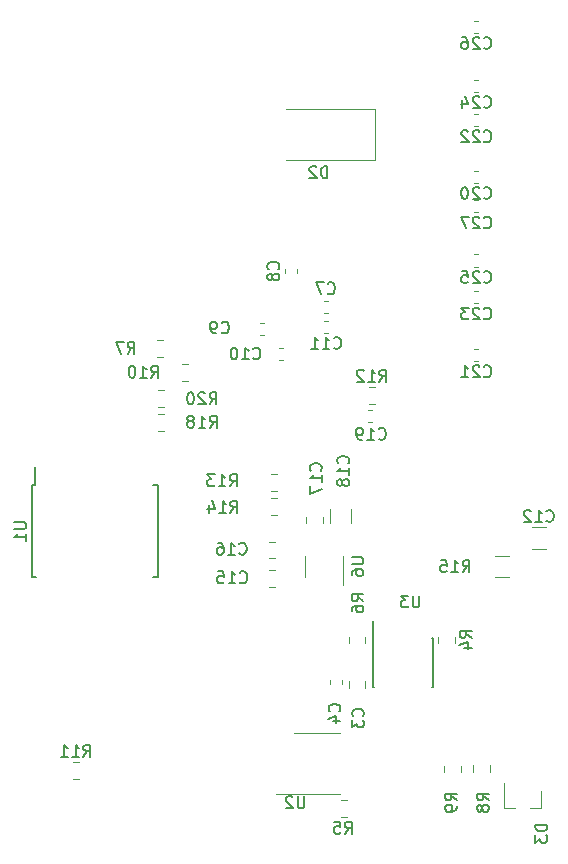
<source format=gbr>
G04 #@! TF.GenerationSoftware,KiCad,Pcbnew,(5.1.0)-1*
G04 #@! TF.CreationDate,2020-04-23T00:52:51+08:00*
G04 #@! TF.ProjectId,IRController,4952436f-6e74-4726-9f6c-6c65722e6b69,rev?*
G04 #@! TF.SameCoordinates,Original*
G04 #@! TF.FileFunction,Legend,Bot*
G04 #@! TF.FilePolarity,Positive*
%FSLAX46Y46*%
G04 Gerber Fmt 4.6, Leading zero omitted, Abs format (unit mm)*
G04 Created by KiCad (PCBNEW (5.1.0)-1) date 2020-04-23 00:52:51*
%MOMM*%
%LPD*%
G04 APERTURE LIST*
%ADD10C,0.120000*%
%ADD11C,0.150000*%
G04 APERTURE END LIST*
D10*
X122210000Y-100038748D02*
X122210000Y-100561252D01*
X120790000Y-100038748D02*
X120790000Y-100561252D01*
X120210000Y-99953733D02*
X120210000Y-100296267D01*
X119190000Y-99953733D02*
X119190000Y-100296267D01*
X118728733Y-67790000D02*
X119071267Y-67790000D01*
X118728733Y-68810000D02*
X119071267Y-68810000D01*
X116410000Y-65128733D02*
X116410000Y-65471267D01*
X115390000Y-65128733D02*
X115390000Y-65471267D01*
X113328733Y-69690000D02*
X113671267Y-69690000D01*
X113328733Y-70710000D02*
X113671267Y-70710000D01*
X115271267Y-72810000D02*
X114928733Y-72810000D01*
X115271267Y-71790000D02*
X114928733Y-71790000D01*
X118728733Y-69490000D02*
X119071267Y-69490000D01*
X118728733Y-70510000D02*
X119071267Y-70510000D01*
X137502064Y-88810000D02*
X136297936Y-88810000D01*
X137502064Y-86990000D02*
X136297936Y-86990000D01*
X114038748Y-90590000D02*
X114561252Y-90590000D01*
X114038748Y-92010000D02*
X114561252Y-92010000D01*
X114038748Y-88190000D02*
X114561252Y-88190000D01*
X114038748Y-89610000D02*
X114561252Y-89610000D01*
X117190000Y-86661252D02*
X117190000Y-86138748D01*
X118610000Y-86661252D02*
X118610000Y-86138748D01*
X119190000Y-86602064D02*
X119190000Y-85397936D01*
X121010000Y-86602064D02*
X121010000Y-85397936D01*
X123050000Y-51550000D02*
X115500000Y-51550000D01*
X123050000Y-55850000D02*
X115500000Y-55850000D01*
X123050000Y-51550000D02*
X123050000Y-55850000D01*
X137080000Y-110760000D02*
X137080000Y-109300000D01*
X133920000Y-110760000D02*
X133920000Y-108600000D01*
X133920000Y-110760000D02*
X134850000Y-110760000D01*
X137080000Y-110760000D02*
X136150000Y-110760000D01*
X128390000Y-96761252D02*
X128390000Y-96238748D01*
X129810000Y-96761252D02*
X129810000Y-96238748D01*
X120661252Y-111510000D02*
X120138748Y-111510000D01*
X120661252Y-110090000D02*
X120138748Y-110090000D01*
X122210000Y-96238748D02*
X122210000Y-96761252D01*
X120790000Y-96238748D02*
X120790000Y-96761252D01*
X104588748Y-71140000D02*
X105111252Y-71140000D01*
X104588748Y-72560000D02*
X105111252Y-72560000D01*
X132790000Y-107148748D02*
X132790000Y-107671252D01*
X131370000Y-107148748D02*
X131370000Y-107671252D01*
X130300000Y-107168748D02*
X130300000Y-107691252D01*
X128880000Y-107168748D02*
X128880000Y-107691252D01*
X107211252Y-74610000D02*
X106688748Y-74610000D01*
X107211252Y-73190000D02*
X106688748Y-73190000D01*
X97961252Y-108310000D02*
X97438748Y-108310000D01*
X97961252Y-106890000D02*
X97438748Y-106890000D01*
X122538748Y-75090000D02*
X123061252Y-75090000D01*
X122538748Y-76510000D02*
X123061252Y-76510000D01*
X114761252Y-82490000D02*
X114238748Y-82490000D01*
X114761252Y-83910000D02*
X114238748Y-83910000D01*
X114761252Y-85910000D02*
X114238748Y-85910000D01*
X114761252Y-84490000D02*
X114238748Y-84490000D01*
X133197936Y-89390000D02*
X134402064Y-89390000D01*
X133197936Y-91210000D02*
X134402064Y-91210000D01*
D11*
X94250000Y-83425000D02*
X94250000Y-81900000D01*
X104625000Y-83425000D02*
X104625000Y-91175000D01*
X93975000Y-83425000D02*
X93975000Y-91175000D01*
X104625000Y-83425000D02*
X104270000Y-83425000D01*
X104625000Y-91175000D02*
X104270000Y-91175000D01*
X93975000Y-91175000D02*
X94330000Y-91175000D01*
X93975000Y-83425000D02*
X94250000Y-83425000D01*
D10*
X118100000Y-109560000D02*
X114650000Y-109560000D01*
X118100000Y-109560000D02*
X120050000Y-109560000D01*
X118100000Y-104440000D02*
X116150000Y-104440000D01*
X118100000Y-104440000D02*
X120050000Y-104440000D01*
D11*
X122875000Y-96325000D02*
X122875000Y-94925000D01*
X127975000Y-96325000D02*
X127975000Y-100475000D01*
X122825000Y-96325000D02*
X122825000Y-100475000D01*
X127975000Y-96325000D02*
X127830000Y-96325000D01*
X127975000Y-100475000D02*
X127830000Y-100475000D01*
X122825000Y-100475000D02*
X122970000Y-100475000D01*
X122825000Y-96325000D02*
X122875000Y-96325000D01*
D10*
X120310000Y-89400000D02*
X120310000Y-91850000D01*
X117090000Y-91200000D02*
X117090000Y-89400000D01*
X122796267Y-78110000D02*
X122453733Y-78110000D01*
X122796267Y-77090000D02*
X122453733Y-77090000D01*
X131428733Y-56790000D02*
X131771267Y-56790000D01*
X131428733Y-57810000D02*
X131771267Y-57810000D01*
X131428733Y-71890000D02*
X131771267Y-71890000D01*
X131428733Y-72910000D02*
X131771267Y-72910000D01*
X131428733Y-51990000D02*
X131771267Y-51990000D01*
X131428733Y-53010000D02*
X131771267Y-53010000D01*
X131428733Y-66990000D02*
X131771267Y-66990000D01*
X131428733Y-68010000D02*
X131771267Y-68010000D01*
X131428733Y-49090000D02*
X131771267Y-49090000D01*
X131428733Y-50110000D02*
X131771267Y-50110000D01*
X131428733Y-63890000D02*
X131771267Y-63890000D01*
X131428733Y-64910000D02*
X131771267Y-64910000D01*
X131428733Y-44090000D02*
X131771267Y-44090000D01*
X131428733Y-45110000D02*
X131771267Y-45110000D01*
X131428733Y-59290000D02*
X131771267Y-59290000D01*
X131428733Y-60310000D02*
X131771267Y-60310000D01*
X104638748Y-77390000D02*
X105161252Y-77390000D01*
X104638748Y-78810000D02*
X105161252Y-78810000D01*
X104638748Y-75390000D02*
X105161252Y-75390000D01*
X104638748Y-76810000D02*
X105161252Y-76810000D01*
D11*
X121997142Y-102983333D02*
X122044761Y-102935714D01*
X122092380Y-102792857D01*
X122092380Y-102697619D01*
X122044761Y-102554761D01*
X121949523Y-102459523D01*
X121854285Y-102411904D01*
X121663809Y-102364285D01*
X121520952Y-102364285D01*
X121330476Y-102411904D01*
X121235238Y-102459523D01*
X121140000Y-102554761D01*
X121092380Y-102697619D01*
X121092380Y-102792857D01*
X121140000Y-102935714D01*
X121187619Y-102983333D01*
X121092380Y-103316666D02*
X121092380Y-103935714D01*
X121473333Y-103602380D01*
X121473333Y-103745238D01*
X121520952Y-103840476D01*
X121568571Y-103888095D01*
X121663809Y-103935714D01*
X121901904Y-103935714D01*
X121997142Y-103888095D01*
X122044761Y-103840476D01*
X122092380Y-103745238D01*
X122092380Y-103459523D01*
X122044761Y-103364285D01*
X121997142Y-103316666D01*
X120007142Y-102563333D02*
X120054761Y-102515714D01*
X120102380Y-102372857D01*
X120102380Y-102277619D01*
X120054761Y-102134761D01*
X119959523Y-102039523D01*
X119864285Y-101991904D01*
X119673809Y-101944285D01*
X119530952Y-101944285D01*
X119340476Y-101991904D01*
X119245238Y-102039523D01*
X119150000Y-102134761D01*
X119102380Y-102277619D01*
X119102380Y-102372857D01*
X119150000Y-102515714D01*
X119197619Y-102563333D01*
X119435714Y-103420476D02*
X120102380Y-103420476D01*
X119054761Y-103182380D02*
X119769047Y-102944285D01*
X119769047Y-103563333D01*
X119016666Y-67157142D02*
X119064285Y-67204761D01*
X119207142Y-67252380D01*
X119302380Y-67252380D01*
X119445238Y-67204761D01*
X119540476Y-67109523D01*
X119588095Y-67014285D01*
X119635714Y-66823809D01*
X119635714Y-66680952D01*
X119588095Y-66490476D01*
X119540476Y-66395238D01*
X119445238Y-66300000D01*
X119302380Y-66252380D01*
X119207142Y-66252380D01*
X119064285Y-66300000D01*
X119016666Y-66347619D01*
X118683333Y-66252380D02*
X118016666Y-66252380D01*
X118445238Y-67252380D01*
X114827142Y-65133333D02*
X114874761Y-65085714D01*
X114922380Y-64942857D01*
X114922380Y-64847619D01*
X114874761Y-64704761D01*
X114779523Y-64609523D01*
X114684285Y-64561904D01*
X114493809Y-64514285D01*
X114350952Y-64514285D01*
X114160476Y-64561904D01*
X114065238Y-64609523D01*
X113970000Y-64704761D01*
X113922380Y-64847619D01*
X113922380Y-64942857D01*
X113970000Y-65085714D01*
X114017619Y-65133333D01*
X114350952Y-65704761D02*
X114303333Y-65609523D01*
X114255714Y-65561904D01*
X114160476Y-65514285D01*
X114112857Y-65514285D01*
X114017619Y-65561904D01*
X113970000Y-65609523D01*
X113922380Y-65704761D01*
X113922380Y-65895238D01*
X113970000Y-65990476D01*
X114017619Y-66038095D01*
X114112857Y-66085714D01*
X114160476Y-66085714D01*
X114255714Y-66038095D01*
X114303333Y-65990476D01*
X114350952Y-65895238D01*
X114350952Y-65704761D01*
X114398571Y-65609523D01*
X114446190Y-65561904D01*
X114541428Y-65514285D01*
X114731904Y-65514285D01*
X114827142Y-65561904D01*
X114874761Y-65609523D01*
X114922380Y-65704761D01*
X114922380Y-65895238D01*
X114874761Y-65990476D01*
X114827142Y-66038095D01*
X114731904Y-66085714D01*
X114541428Y-66085714D01*
X114446190Y-66038095D01*
X114398571Y-65990476D01*
X114350952Y-65895238D01*
X110036666Y-70477142D02*
X110084285Y-70524761D01*
X110227142Y-70572380D01*
X110322380Y-70572380D01*
X110465238Y-70524761D01*
X110560476Y-70429523D01*
X110608095Y-70334285D01*
X110655714Y-70143809D01*
X110655714Y-70000952D01*
X110608095Y-69810476D01*
X110560476Y-69715238D01*
X110465238Y-69620000D01*
X110322380Y-69572380D01*
X110227142Y-69572380D01*
X110084285Y-69620000D01*
X110036666Y-69667619D01*
X109560476Y-70572380D02*
X109370000Y-70572380D01*
X109274761Y-70524761D01*
X109227142Y-70477142D01*
X109131904Y-70334285D01*
X109084285Y-70143809D01*
X109084285Y-69762857D01*
X109131904Y-69667619D01*
X109179523Y-69620000D01*
X109274761Y-69572380D01*
X109465238Y-69572380D01*
X109560476Y-69620000D01*
X109608095Y-69667619D01*
X109655714Y-69762857D01*
X109655714Y-70000952D01*
X109608095Y-70096190D01*
X109560476Y-70143809D01*
X109465238Y-70191428D01*
X109274761Y-70191428D01*
X109179523Y-70143809D01*
X109131904Y-70096190D01*
X109084285Y-70000952D01*
X112712857Y-72677142D02*
X112760476Y-72724761D01*
X112903333Y-72772380D01*
X112998571Y-72772380D01*
X113141428Y-72724761D01*
X113236666Y-72629523D01*
X113284285Y-72534285D01*
X113331904Y-72343809D01*
X113331904Y-72200952D01*
X113284285Y-72010476D01*
X113236666Y-71915238D01*
X113141428Y-71820000D01*
X112998571Y-71772380D01*
X112903333Y-71772380D01*
X112760476Y-71820000D01*
X112712857Y-71867619D01*
X111760476Y-72772380D02*
X112331904Y-72772380D01*
X112046190Y-72772380D02*
X112046190Y-71772380D01*
X112141428Y-71915238D01*
X112236666Y-72010476D01*
X112331904Y-72058095D01*
X111141428Y-71772380D02*
X111046190Y-71772380D01*
X110950952Y-71820000D01*
X110903333Y-71867619D01*
X110855714Y-71962857D01*
X110808095Y-72153333D01*
X110808095Y-72391428D01*
X110855714Y-72581904D01*
X110903333Y-72677142D01*
X110950952Y-72724761D01*
X111046190Y-72772380D01*
X111141428Y-72772380D01*
X111236666Y-72724761D01*
X111284285Y-72677142D01*
X111331904Y-72581904D01*
X111379523Y-72391428D01*
X111379523Y-72153333D01*
X111331904Y-71962857D01*
X111284285Y-71867619D01*
X111236666Y-71820000D01*
X111141428Y-71772380D01*
X119542857Y-71787142D02*
X119590476Y-71834761D01*
X119733333Y-71882380D01*
X119828571Y-71882380D01*
X119971428Y-71834761D01*
X120066666Y-71739523D01*
X120114285Y-71644285D01*
X120161904Y-71453809D01*
X120161904Y-71310952D01*
X120114285Y-71120476D01*
X120066666Y-71025238D01*
X119971428Y-70930000D01*
X119828571Y-70882380D01*
X119733333Y-70882380D01*
X119590476Y-70930000D01*
X119542857Y-70977619D01*
X118590476Y-71882380D02*
X119161904Y-71882380D01*
X118876190Y-71882380D02*
X118876190Y-70882380D01*
X118971428Y-71025238D01*
X119066666Y-71120476D01*
X119161904Y-71168095D01*
X117638095Y-71882380D02*
X118209523Y-71882380D01*
X117923809Y-71882380D02*
X117923809Y-70882380D01*
X118019047Y-71025238D01*
X118114285Y-71120476D01*
X118209523Y-71168095D01*
X137542857Y-86437142D02*
X137590476Y-86484761D01*
X137733333Y-86532380D01*
X137828571Y-86532380D01*
X137971428Y-86484761D01*
X138066666Y-86389523D01*
X138114285Y-86294285D01*
X138161904Y-86103809D01*
X138161904Y-85960952D01*
X138114285Y-85770476D01*
X138066666Y-85675238D01*
X137971428Y-85580000D01*
X137828571Y-85532380D01*
X137733333Y-85532380D01*
X137590476Y-85580000D01*
X137542857Y-85627619D01*
X136590476Y-86532380D02*
X137161904Y-86532380D01*
X136876190Y-86532380D02*
X136876190Y-85532380D01*
X136971428Y-85675238D01*
X137066666Y-85770476D01*
X137161904Y-85818095D01*
X136209523Y-85627619D02*
X136161904Y-85580000D01*
X136066666Y-85532380D01*
X135828571Y-85532380D01*
X135733333Y-85580000D01*
X135685714Y-85627619D01*
X135638095Y-85722857D01*
X135638095Y-85818095D01*
X135685714Y-85960952D01*
X136257142Y-86532380D01*
X135638095Y-86532380D01*
X111582857Y-91627142D02*
X111630476Y-91674761D01*
X111773333Y-91722380D01*
X111868571Y-91722380D01*
X112011428Y-91674761D01*
X112106666Y-91579523D01*
X112154285Y-91484285D01*
X112201904Y-91293809D01*
X112201904Y-91150952D01*
X112154285Y-90960476D01*
X112106666Y-90865238D01*
X112011428Y-90770000D01*
X111868571Y-90722380D01*
X111773333Y-90722380D01*
X111630476Y-90770000D01*
X111582857Y-90817619D01*
X110630476Y-91722380D02*
X111201904Y-91722380D01*
X110916190Y-91722380D02*
X110916190Y-90722380D01*
X111011428Y-90865238D01*
X111106666Y-90960476D01*
X111201904Y-91008095D01*
X109725714Y-90722380D02*
X110201904Y-90722380D01*
X110249523Y-91198571D01*
X110201904Y-91150952D01*
X110106666Y-91103333D01*
X109868571Y-91103333D01*
X109773333Y-91150952D01*
X109725714Y-91198571D01*
X109678095Y-91293809D01*
X109678095Y-91531904D01*
X109725714Y-91627142D01*
X109773333Y-91674761D01*
X109868571Y-91722380D01*
X110106666Y-91722380D01*
X110201904Y-91674761D01*
X110249523Y-91627142D01*
X111542857Y-89197142D02*
X111590476Y-89244761D01*
X111733333Y-89292380D01*
X111828571Y-89292380D01*
X111971428Y-89244761D01*
X112066666Y-89149523D01*
X112114285Y-89054285D01*
X112161904Y-88863809D01*
X112161904Y-88720952D01*
X112114285Y-88530476D01*
X112066666Y-88435238D01*
X111971428Y-88340000D01*
X111828571Y-88292380D01*
X111733333Y-88292380D01*
X111590476Y-88340000D01*
X111542857Y-88387619D01*
X110590476Y-89292380D02*
X111161904Y-89292380D01*
X110876190Y-89292380D02*
X110876190Y-88292380D01*
X110971428Y-88435238D01*
X111066666Y-88530476D01*
X111161904Y-88578095D01*
X109733333Y-88292380D02*
X109923809Y-88292380D01*
X110019047Y-88340000D01*
X110066666Y-88387619D01*
X110161904Y-88530476D01*
X110209523Y-88720952D01*
X110209523Y-89101904D01*
X110161904Y-89197142D01*
X110114285Y-89244761D01*
X110019047Y-89292380D01*
X109828571Y-89292380D01*
X109733333Y-89244761D01*
X109685714Y-89197142D01*
X109638095Y-89101904D01*
X109638095Y-88863809D01*
X109685714Y-88768571D01*
X109733333Y-88720952D01*
X109828571Y-88673333D01*
X110019047Y-88673333D01*
X110114285Y-88720952D01*
X110161904Y-88768571D01*
X110209523Y-88863809D01*
X118427142Y-82187142D02*
X118474761Y-82139523D01*
X118522380Y-81996666D01*
X118522380Y-81901428D01*
X118474761Y-81758571D01*
X118379523Y-81663333D01*
X118284285Y-81615714D01*
X118093809Y-81568095D01*
X117950952Y-81568095D01*
X117760476Y-81615714D01*
X117665238Y-81663333D01*
X117570000Y-81758571D01*
X117522380Y-81901428D01*
X117522380Y-81996666D01*
X117570000Y-82139523D01*
X117617619Y-82187142D01*
X118522380Y-83139523D02*
X118522380Y-82568095D01*
X118522380Y-82853809D02*
X117522380Y-82853809D01*
X117665238Y-82758571D01*
X117760476Y-82663333D01*
X117808095Y-82568095D01*
X117522380Y-83472857D02*
X117522380Y-84139523D01*
X118522380Y-83710952D01*
X120747142Y-81577142D02*
X120794761Y-81529523D01*
X120842380Y-81386666D01*
X120842380Y-81291428D01*
X120794761Y-81148571D01*
X120699523Y-81053333D01*
X120604285Y-81005714D01*
X120413809Y-80958095D01*
X120270952Y-80958095D01*
X120080476Y-81005714D01*
X119985238Y-81053333D01*
X119890000Y-81148571D01*
X119842380Y-81291428D01*
X119842380Y-81386666D01*
X119890000Y-81529523D01*
X119937619Y-81577142D01*
X120842380Y-82529523D02*
X120842380Y-81958095D01*
X120842380Y-82243809D02*
X119842380Y-82243809D01*
X119985238Y-82148571D01*
X120080476Y-82053333D01*
X120128095Y-81958095D01*
X120270952Y-83100952D02*
X120223333Y-83005714D01*
X120175714Y-82958095D01*
X120080476Y-82910476D01*
X120032857Y-82910476D01*
X119937619Y-82958095D01*
X119890000Y-83005714D01*
X119842380Y-83100952D01*
X119842380Y-83291428D01*
X119890000Y-83386666D01*
X119937619Y-83434285D01*
X120032857Y-83481904D01*
X120080476Y-83481904D01*
X120175714Y-83434285D01*
X120223333Y-83386666D01*
X120270952Y-83291428D01*
X120270952Y-83100952D01*
X120318571Y-83005714D01*
X120366190Y-82958095D01*
X120461428Y-82910476D01*
X120651904Y-82910476D01*
X120747142Y-82958095D01*
X120794761Y-83005714D01*
X120842380Y-83100952D01*
X120842380Y-83291428D01*
X120794761Y-83386666D01*
X120747142Y-83434285D01*
X120651904Y-83481904D01*
X120461428Y-83481904D01*
X120366190Y-83434285D01*
X120318571Y-83386666D01*
X120270952Y-83291428D01*
X119008095Y-57422380D02*
X119008095Y-56422380D01*
X118770000Y-56422380D01*
X118627142Y-56470000D01*
X118531904Y-56565238D01*
X118484285Y-56660476D01*
X118436666Y-56850952D01*
X118436666Y-56993809D01*
X118484285Y-57184285D01*
X118531904Y-57279523D01*
X118627142Y-57374761D01*
X118770000Y-57422380D01*
X119008095Y-57422380D01*
X118055714Y-56517619D02*
X118008095Y-56470000D01*
X117912857Y-56422380D01*
X117674761Y-56422380D01*
X117579523Y-56470000D01*
X117531904Y-56517619D01*
X117484285Y-56612857D01*
X117484285Y-56708095D01*
X117531904Y-56850952D01*
X118103333Y-57422380D01*
X117484285Y-57422380D01*
X137612380Y-112151904D02*
X136612380Y-112151904D01*
X136612380Y-112390000D01*
X136660000Y-112532857D01*
X136755238Y-112628095D01*
X136850476Y-112675714D01*
X137040952Y-112723333D01*
X137183809Y-112723333D01*
X137374285Y-112675714D01*
X137469523Y-112628095D01*
X137564761Y-112532857D01*
X137612380Y-112390000D01*
X137612380Y-112151904D01*
X136612380Y-113056666D02*
X136612380Y-113675714D01*
X136993333Y-113342380D01*
X136993333Y-113485238D01*
X137040952Y-113580476D01*
X137088571Y-113628095D01*
X137183809Y-113675714D01*
X137421904Y-113675714D01*
X137517142Y-113628095D01*
X137564761Y-113580476D01*
X137612380Y-113485238D01*
X137612380Y-113199523D01*
X137564761Y-113104285D01*
X137517142Y-113056666D01*
X131202380Y-96333333D02*
X130726190Y-96000000D01*
X131202380Y-95761904D02*
X130202380Y-95761904D01*
X130202380Y-96142857D01*
X130250000Y-96238095D01*
X130297619Y-96285714D01*
X130392857Y-96333333D01*
X130535714Y-96333333D01*
X130630952Y-96285714D01*
X130678571Y-96238095D01*
X130726190Y-96142857D01*
X130726190Y-95761904D01*
X130535714Y-97190476D02*
X131202380Y-97190476D01*
X130154761Y-96952380D02*
X130869047Y-96714285D01*
X130869047Y-97333333D01*
X120476666Y-112922380D02*
X120810000Y-112446190D01*
X121048095Y-112922380D02*
X121048095Y-111922380D01*
X120667142Y-111922380D01*
X120571904Y-111970000D01*
X120524285Y-112017619D01*
X120476666Y-112112857D01*
X120476666Y-112255714D01*
X120524285Y-112350952D01*
X120571904Y-112398571D01*
X120667142Y-112446190D01*
X121048095Y-112446190D01*
X119571904Y-111922380D02*
X120048095Y-111922380D01*
X120095714Y-112398571D01*
X120048095Y-112350952D01*
X119952857Y-112303333D01*
X119714761Y-112303333D01*
X119619523Y-112350952D01*
X119571904Y-112398571D01*
X119524285Y-112493809D01*
X119524285Y-112731904D01*
X119571904Y-112827142D01*
X119619523Y-112874761D01*
X119714761Y-112922380D01*
X119952857Y-112922380D01*
X120048095Y-112874761D01*
X120095714Y-112827142D01*
X122052380Y-93243333D02*
X121576190Y-92910000D01*
X122052380Y-92671904D02*
X121052380Y-92671904D01*
X121052380Y-93052857D01*
X121100000Y-93148095D01*
X121147619Y-93195714D01*
X121242857Y-93243333D01*
X121385714Y-93243333D01*
X121480952Y-93195714D01*
X121528571Y-93148095D01*
X121576190Y-93052857D01*
X121576190Y-92671904D01*
X121052380Y-94100476D02*
X121052380Y-93910000D01*
X121100000Y-93814761D01*
X121147619Y-93767142D01*
X121290476Y-93671904D01*
X121480952Y-93624285D01*
X121861904Y-93624285D01*
X121957142Y-93671904D01*
X122004761Y-93719523D01*
X122052380Y-93814761D01*
X122052380Y-94005238D01*
X122004761Y-94100476D01*
X121957142Y-94148095D01*
X121861904Y-94195714D01*
X121623809Y-94195714D01*
X121528571Y-94148095D01*
X121480952Y-94100476D01*
X121433333Y-94005238D01*
X121433333Y-93814761D01*
X121480952Y-93719523D01*
X121528571Y-93671904D01*
X121623809Y-93624285D01*
X102076666Y-72282380D02*
X102410000Y-71806190D01*
X102648095Y-72282380D02*
X102648095Y-71282380D01*
X102267142Y-71282380D01*
X102171904Y-71330000D01*
X102124285Y-71377619D01*
X102076666Y-71472857D01*
X102076666Y-71615714D01*
X102124285Y-71710952D01*
X102171904Y-71758571D01*
X102267142Y-71806190D01*
X102648095Y-71806190D01*
X101743333Y-71282380D02*
X101076666Y-71282380D01*
X101505238Y-72282380D01*
X132662380Y-110103333D02*
X132186190Y-109770000D01*
X132662380Y-109531904D02*
X131662380Y-109531904D01*
X131662380Y-109912857D01*
X131710000Y-110008095D01*
X131757619Y-110055714D01*
X131852857Y-110103333D01*
X131995714Y-110103333D01*
X132090952Y-110055714D01*
X132138571Y-110008095D01*
X132186190Y-109912857D01*
X132186190Y-109531904D01*
X132090952Y-110674761D02*
X132043333Y-110579523D01*
X131995714Y-110531904D01*
X131900476Y-110484285D01*
X131852857Y-110484285D01*
X131757619Y-110531904D01*
X131710000Y-110579523D01*
X131662380Y-110674761D01*
X131662380Y-110865238D01*
X131710000Y-110960476D01*
X131757619Y-111008095D01*
X131852857Y-111055714D01*
X131900476Y-111055714D01*
X131995714Y-111008095D01*
X132043333Y-110960476D01*
X132090952Y-110865238D01*
X132090952Y-110674761D01*
X132138571Y-110579523D01*
X132186190Y-110531904D01*
X132281428Y-110484285D01*
X132471904Y-110484285D01*
X132567142Y-110531904D01*
X132614761Y-110579523D01*
X132662380Y-110674761D01*
X132662380Y-110865238D01*
X132614761Y-110960476D01*
X132567142Y-111008095D01*
X132471904Y-111055714D01*
X132281428Y-111055714D01*
X132186190Y-111008095D01*
X132138571Y-110960476D01*
X132090952Y-110865238D01*
X129962380Y-110103333D02*
X129486190Y-109770000D01*
X129962380Y-109531904D02*
X128962380Y-109531904D01*
X128962380Y-109912857D01*
X129010000Y-110008095D01*
X129057619Y-110055714D01*
X129152857Y-110103333D01*
X129295714Y-110103333D01*
X129390952Y-110055714D01*
X129438571Y-110008095D01*
X129486190Y-109912857D01*
X129486190Y-109531904D01*
X129962380Y-110579523D02*
X129962380Y-110770000D01*
X129914761Y-110865238D01*
X129867142Y-110912857D01*
X129724285Y-111008095D01*
X129533809Y-111055714D01*
X129152857Y-111055714D01*
X129057619Y-111008095D01*
X129010000Y-110960476D01*
X128962380Y-110865238D01*
X128962380Y-110674761D01*
X129010000Y-110579523D01*
X129057619Y-110531904D01*
X129152857Y-110484285D01*
X129390952Y-110484285D01*
X129486190Y-110531904D01*
X129533809Y-110579523D01*
X129581428Y-110674761D01*
X129581428Y-110865238D01*
X129533809Y-110960476D01*
X129486190Y-111008095D01*
X129390952Y-111055714D01*
X104082857Y-74322380D02*
X104416190Y-73846190D01*
X104654285Y-74322380D02*
X104654285Y-73322380D01*
X104273333Y-73322380D01*
X104178095Y-73370000D01*
X104130476Y-73417619D01*
X104082857Y-73512857D01*
X104082857Y-73655714D01*
X104130476Y-73750952D01*
X104178095Y-73798571D01*
X104273333Y-73846190D01*
X104654285Y-73846190D01*
X103130476Y-74322380D02*
X103701904Y-74322380D01*
X103416190Y-74322380D02*
X103416190Y-73322380D01*
X103511428Y-73465238D01*
X103606666Y-73560476D01*
X103701904Y-73608095D01*
X102511428Y-73322380D02*
X102416190Y-73322380D01*
X102320952Y-73370000D01*
X102273333Y-73417619D01*
X102225714Y-73512857D01*
X102178095Y-73703333D01*
X102178095Y-73941428D01*
X102225714Y-74131904D01*
X102273333Y-74227142D01*
X102320952Y-74274761D01*
X102416190Y-74322380D01*
X102511428Y-74322380D01*
X102606666Y-74274761D01*
X102654285Y-74227142D01*
X102701904Y-74131904D01*
X102749523Y-73941428D01*
X102749523Y-73703333D01*
X102701904Y-73512857D01*
X102654285Y-73417619D01*
X102606666Y-73370000D01*
X102511428Y-73322380D01*
X98342857Y-106402380D02*
X98676190Y-105926190D01*
X98914285Y-106402380D02*
X98914285Y-105402380D01*
X98533333Y-105402380D01*
X98438095Y-105450000D01*
X98390476Y-105497619D01*
X98342857Y-105592857D01*
X98342857Y-105735714D01*
X98390476Y-105830952D01*
X98438095Y-105878571D01*
X98533333Y-105926190D01*
X98914285Y-105926190D01*
X97390476Y-106402380D02*
X97961904Y-106402380D01*
X97676190Y-106402380D02*
X97676190Y-105402380D01*
X97771428Y-105545238D01*
X97866666Y-105640476D01*
X97961904Y-105688095D01*
X96438095Y-106402380D02*
X97009523Y-106402380D01*
X96723809Y-106402380D02*
X96723809Y-105402380D01*
X96819047Y-105545238D01*
X96914285Y-105640476D01*
X97009523Y-105688095D01*
X123402857Y-74652380D02*
X123736190Y-74176190D01*
X123974285Y-74652380D02*
X123974285Y-73652380D01*
X123593333Y-73652380D01*
X123498095Y-73700000D01*
X123450476Y-73747619D01*
X123402857Y-73842857D01*
X123402857Y-73985714D01*
X123450476Y-74080952D01*
X123498095Y-74128571D01*
X123593333Y-74176190D01*
X123974285Y-74176190D01*
X122450476Y-74652380D02*
X123021904Y-74652380D01*
X122736190Y-74652380D02*
X122736190Y-73652380D01*
X122831428Y-73795238D01*
X122926666Y-73890476D01*
X123021904Y-73938095D01*
X122069523Y-73747619D02*
X122021904Y-73700000D01*
X121926666Y-73652380D01*
X121688571Y-73652380D01*
X121593333Y-73700000D01*
X121545714Y-73747619D01*
X121498095Y-73842857D01*
X121498095Y-73938095D01*
X121545714Y-74080952D01*
X122117142Y-74652380D01*
X121498095Y-74652380D01*
X110742857Y-83512380D02*
X111076190Y-83036190D01*
X111314285Y-83512380D02*
X111314285Y-82512380D01*
X110933333Y-82512380D01*
X110838095Y-82560000D01*
X110790476Y-82607619D01*
X110742857Y-82702857D01*
X110742857Y-82845714D01*
X110790476Y-82940952D01*
X110838095Y-82988571D01*
X110933333Y-83036190D01*
X111314285Y-83036190D01*
X109790476Y-83512380D02*
X110361904Y-83512380D01*
X110076190Y-83512380D02*
X110076190Y-82512380D01*
X110171428Y-82655238D01*
X110266666Y-82750476D01*
X110361904Y-82798095D01*
X109457142Y-82512380D02*
X108838095Y-82512380D01*
X109171428Y-82893333D01*
X109028571Y-82893333D01*
X108933333Y-82940952D01*
X108885714Y-82988571D01*
X108838095Y-83083809D01*
X108838095Y-83321904D01*
X108885714Y-83417142D01*
X108933333Y-83464761D01*
X109028571Y-83512380D01*
X109314285Y-83512380D01*
X109409523Y-83464761D01*
X109457142Y-83417142D01*
X110792857Y-85742380D02*
X111126190Y-85266190D01*
X111364285Y-85742380D02*
X111364285Y-84742380D01*
X110983333Y-84742380D01*
X110888095Y-84790000D01*
X110840476Y-84837619D01*
X110792857Y-84932857D01*
X110792857Y-85075714D01*
X110840476Y-85170952D01*
X110888095Y-85218571D01*
X110983333Y-85266190D01*
X111364285Y-85266190D01*
X109840476Y-85742380D02*
X110411904Y-85742380D01*
X110126190Y-85742380D02*
X110126190Y-84742380D01*
X110221428Y-84885238D01*
X110316666Y-84980476D01*
X110411904Y-85028095D01*
X108983333Y-85075714D02*
X108983333Y-85742380D01*
X109221428Y-84694761D02*
X109459523Y-85409047D01*
X108840476Y-85409047D01*
X130452857Y-90762380D02*
X130786190Y-90286190D01*
X131024285Y-90762380D02*
X131024285Y-89762380D01*
X130643333Y-89762380D01*
X130548095Y-89810000D01*
X130500476Y-89857619D01*
X130452857Y-89952857D01*
X130452857Y-90095714D01*
X130500476Y-90190952D01*
X130548095Y-90238571D01*
X130643333Y-90286190D01*
X131024285Y-90286190D01*
X129500476Y-90762380D02*
X130071904Y-90762380D01*
X129786190Y-90762380D02*
X129786190Y-89762380D01*
X129881428Y-89905238D01*
X129976666Y-90000476D01*
X130071904Y-90048095D01*
X128595714Y-89762380D02*
X129071904Y-89762380D01*
X129119523Y-90238571D01*
X129071904Y-90190952D01*
X128976666Y-90143333D01*
X128738571Y-90143333D01*
X128643333Y-90190952D01*
X128595714Y-90238571D01*
X128548095Y-90333809D01*
X128548095Y-90571904D01*
X128595714Y-90667142D01*
X128643333Y-90714761D01*
X128738571Y-90762380D01*
X128976666Y-90762380D01*
X129071904Y-90714761D01*
X129119523Y-90667142D01*
X92502380Y-86538095D02*
X93311904Y-86538095D01*
X93407142Y-86585714D01*
X93454761Y-86633333D01*
X93502380Y-86728571D01*
X93502380Y-86919047D01*
X93454761Y-87014285D01*
X93407142Y-87061904D01*
X93311904Y-87109523D01*
X92502380Y-87109523D01*
X93502380Y-88109523D02*
X93502380Y-87538095D01*
X93502380Y-87823809D02*
X92502380Y-87823809D01*
X92645238Y-87728571D01*
X92740476Y-87633333D01*
X92788095Y-87538095D01*
X117041904Y-109762380D02*
X117041904Y-110571904D01*
X116994285Y-110667142D01*
X116946666Y-110714761D01*
X116851428Y-110762380D01*
X116660952Y-110762380D01*
X116565714Y-110714761D01*
X116518095Y-110667142D01*
X116470476Y-110571904D01*
X116470476Y-109762380D01*
X116041904Y-109857619D02*
X115994285Y-109810000D01*
X115899047Y-109762380D01*
X115660952Y-109762380D01*
X115565714Y-109810000D01*
X115518095Y-109857619D01*
X115470476Y-109952857D01*
X115470476Y-110048095D01*
X115518095Y-110190952D01*
X116089523Y-110762380D01*
X115470476Y-110762380D01*
X126791904Y-92762380D02*
X126791904Y-93571904D01*
X126744285Y-93667142D01*
X126696666Y-93714761D01*
X126601428Y-93762380D01*
X126410952Y-93762380D01*
X126315714Y-93714761D01*
X126268095Y-93667142D01*
X126220476Y-93571904D01*
X126220476Y-92762380D01*
X125839523Y-92762380D02*
X125220476Y-92762380D01*
X125553809Y-93143333D01*
X125410952Y-93143333D01*
X125315714Y-93190952D01*
X125268095Y-93238571D01*
X125220476Y-93333809D01*
X125220476Y-93571904D01*
X125268095Y-93667142D01*
X125315714Y-93714761D01*
X125410952Y-93762380D01*
X125696666Y-93762380D01*
X125791904Y-93714761D01*
X125839523Y-93667142D01*
X121052380Y-89538095D02*
X121861904Y-89538095D01*
X121957142Y-89585714D01*
X122004761Y-89633333D01*
X122052380Y-89728571D01*
X122052380Y-89919047D01*
X122004761Y-90014285D01*
X121957142Y-90061904D01*
X121861904Y-90109523D01*
X121052380Y-90109523D01*
X121052380Y-91014285D02*
X121052380Y-90823809D01*
X121100000Y-90728571D01*
X121147619Y-90680952D01*
X121290476Y-90585714D01*
X121480952Y-90538095D01*
X121861904Y-90538095D01*
X121957142Y-90585714D01*
X122004761Y-90633333D01*
X122052380Y-90728571D01*
X122052380Y-90919047D01*
X122004761Y-91014285D01*
X121957142Y-91061904D01*
X121861904Y-91109523D01*
X121623809Y-91109523D01*
X121528571Y-91061904D01*
X121480952Y-91014285D01*
X121433333Y-90919047D01*
X121433333Y-90728571D01*
X121480952Y-90633333D01*
X121528571Y-90585714D01*
X121623809Y-90538095D01*
X123342857Y-79477142D02*
X123390476Y-79524761D01*
X123533333Y-79572380D01*
X123628571Y-79572380D01*
X123771428Y-79524761D01*
X123866666Y-79429523D01*
X123914285Y-79334285D01*
X123961904Y-79143809D01*
X123961904Y-79000952D01*
X123914285Y-78810476D01*
X123866666Y-78715238D01*
X123771428Y-78620000D01*
X123628571Y-78572380D01*
X123533333Y-78572380D01*
X123390476Y-78620000D01*
X123342857Y-78667619D01*
X122390476Y-79572380D02*
X122961904Y-79572380D01*
X122676190Y-79572380D02*
X122676190Y-78572380D01*
X122771428Y-78715238D01*
X122866666Y-78810476D01*
X122961904Y-78858095D01*
X121914285Y-79572380D02*
X121723809Y-79572380D01*
X121628571Y-79524761D01*
X121580952Y-79477142D01*
X121485714Y-79334285D01*
X121438095Y-79143809D01*
X121438095Y-78762857D01*
X121485714Y-78667619D01*
X121533333Y-78620000D01*
X121628571Y-78572380D01*
X121819047Y-78572380D01*
X121914285Y-78620000D01*
X121961904Y-78667619D01*
X122009523Y-78762857D01*
X122009523Y-79000952D01*
X121961904Y-79096190D01*
X121914285Y-79143809D01*
X121819047Y-79191428D01*
X121628571Y-79191428D01*
X121533333Y-79143809D01*
X121485714Y-79096190D01*
X121438095Y-79000952D01*
X132242857Y-59087142D02*
X132290476Y-59134761D01*
X132433333Y-59182380D01*
X132528571Y-59182380D01*
X132671428Y-59134761D01*
X132766666Y-59039523D01*
X132814285Y-58944285D01*
X132861904Y-58753809D01*
X132861904Y-58610952D01*
X132814285Y-58420476D01*
X132766666Y-58325238D01*
X132671428Y-58230000D01*
X132528571Y-58182380D01*
X132433333Y-58182380D01*
X132290476Y-58230000D01*
X132242857Y-58277619D01*
X131861904Y-58277619D02*
X131814285Y-58230000D01*
X131719047Y-58182380D01*
X131480952Y-58182380D01*
X131385714Y-58230000D01*
X131338095Y-58277619D01*
X131290476Y-58372857D01*
X131290476Y-58468095D01*
X131338095Y-58610952D01*
X131909523Y-59182380D01*
X131290476Y-59182380D01*
X130671428Y-58182380D02*
X130576190Y-58182380D01*
X130480952Y-58230000D01*
X130433333Y-58277619D01*
X130385714Y-58372857D01*
X130338095Y-58563333D01*
X130338095Y-58801428D01*
X130385714Y-58991904D01*
X130433333Y-59087142D01*
X130480952Y-59134761D01*
X130576190Y-59182380D01*
X130671428Y-59182380D01*
X130766666Y-59134761D01*
X130814285Y-59087142D01*
X130861904Y-58991904D01*
X130909523Y-58801428D01*
X130909523Y-58563333D01*
X130861904Y-58372857D01*
X130814285Y-58277619D01*
X130766666Y-58230000D01*
X130671428Y-58182380D01*
X132242857Y-74187142D02*
X132290476Y-74234761D01*
X132433333Y-74282380D01*
X132528571Y-74282380D01*
X132671428Y-74234761D01*
X132766666Y-74139523D01*
X132814285Y-74044285D01*
X132861904Y-73853809D01*
X132861904Y-73710952D01*
X132814285Y-73520476D01*
X132766666Y-73425238D01*
X132671428Y-73330000D01*
X132528571Y-73282380D01*
X132433333Y-73282380D01*
X132290476Y-73330000D01*
X132242857Y-73377619D01*
X131861904Y-73377619D02*
X131814285Y-73330000D01*
X131719047Y-73282380D01*
X131480952Y-73282380D01*
X131385714Y-73330000D01*
X131338095Y-73377619D01*
X131290476Y-73472857D01*
X131290476Y-73568095D01*
X131338095Y-73710952D01*
X131909523Y-74282380D01*
X131290476Y-74282380D01*
X130338095Y-74282380D02*
X130909523Y-74282380D01*
X130623809Y-74282380D02*
X130623809Y-73282380D01*
X130719047Y-73425238D01*
X130814285Y-73520476D01*
X130909523Y-73568095D01*
X132242857Y-54287142D02*
X132290476Y-54334761D01*
X132433333Y-54382380D01*
X132528571Y-54382380D01*
X132671428Y-54334761D01*
X132766666Y-54239523D01*
X132814285Y-54144285D01*
X132861904Y-53953809D01*
X132861904Y-53810952D01*
X132814285Y-53620476D01*
X132766666Y-53525238D01*
X132671428Y-53430000D01*
X132528571Y-53382380D01*
X132433333Y-53382380D01*
X132290476Y-53430000D01*
X132242857Y-53477619D01*
X131861904Y-53477619D02*
X131814285Y-53430000D01*
X131719047Y-53382380D01*
X131480952Y-53382380D01*
X131385714Y-53430000D01*
X131338095Y-53477619D01*
X131290476Y-53572857D01*
X131290476Y-53668095D01*
X131338095Y-53810952D01*
X131909523Y-54382380D01*
X131290476Y-54382380D01*
X130909523Y-53477619D02*
X130861904Y-53430000D01*
X130766666Y-53382380D01*
X130528571Y-53382380D01*
X130433333Y-53430000D01*
X130385714Y-53477619D01*
X130338095Y-53572857D01*
X130338095Y-53668095D01*
X130385714Y-53810952D01*
X130957142Y-54382380D01*
X130338095Y-54382380D01*
X132242857Y-69287142D02*
X132290476Y-69334761D01*
X132433333Y-69382380D01*
X132528571Y-69382380D01*
X132671428Y-69334761D01*
X132766666Y-69239523D01*
X132814285Y-69144285D01*
X132861904Y-68953809D01*
X132861904Y-68810952D01*
X132814285Y-68620476D01*
X132766666Y-68525238D01*
X132671428Y-68430000D01*
X132528571Y-68382380D01*
X132433333Y-68382380D01*
X132290476Y-68430000D01*
X132242857Y-68477619D01*
X131861904Y-68477619D02*
X131814285Y-68430000D01*
X131719047Y-68382380D01*
X131480952Y-68382380D01*
X131385714Y-68430000D01*
X131338095Y-68477619D01*
X131290476Y-68572857D01*
X131290476Y-68668095D01*
X131338095Y-68810952D01*
X131909523Y-69382380D01*
X131290476Y-69382380D01*
X130957142Y-68382380D02*
X130338095Y-68382380D01*
X130671428Y-68763333D01*
X130528571Y-68763333D01*
X130433333Y-68810952D01*
X130385714Y-68858571D01*
X130338095Y-68953809D01*
X130338095Y-69191904D01*
X130385714Y-69287142D01*
X130433333Y-69334761D01*
X130528571Y-69382380D01*
X130814285Y-69382380D01*
X130909523Y-69334761D01*
X130957142Y-69287142D01*
X132242857Y-51387142D02*
X132290476Y-51434761D01*
X132433333Y-51482380D01*
X132528571Y-51482380D01*
X132671428Y-51434761D01*
X132766666Y-51339523D01*
X132814285Y-51244285D01*
X132861904Y-51053809D01*
X132861904Y-50910952D01*
X132814285Y-50720476D01*
X132766666Y-50625238D01*
X132671428Y-50530000D01*
X132528571Y-50482380D01*
X132433333Y-50482380D01*
X132290476Y-50530000D01*
X132242857Y-50577619D01*
X131861904Y-50577619D02*
X131814285Y-50530000D01*
X131719047Y-50482380D01*
X131480952Y-50482380D01*
X131385714Y-50530000D01*
X131338095Y-50577619D01*
X131290476Y-50672857D01*
X131290476Y-50768095D01*
X131338095Y-50910952D01*
X131909523Y-51482380D01*
X131290476Y-51482380D01*
X130433333Y-50815714D02*
X130433333Y-51482380D01*
X130671428Y-50434761D02*
X130909523Y-51149047D01*
X130290476Y-51149047D01*
X132242857Y-66187142D02*
X132290476Y-66234761D01*
X132433333Y-66282380D01*
X132528571Y-66282380D01*
X132671428Y-66234761D01*
X132766666Y-66139523D01*
X132814285Y-66044285D01*
X132861904Y-65853809D01*
X132861904Y-65710952D01*
X132814285Y-65520476D01*
X132766666Y-65425238D01*
X132671428Y-65330000D01*
X132528571Y-65282380D01*
X132433333Y-65282380D01*
X132290476Y-65330000D01*
X132242857Y-65377619D01*
X131861904Y-65377619D02*
X131814285Y-65330000D01*
X131719047Y-65282380D01*
X131480952Y-65282380D01*
X131385714Y-65330000D01*
X131338095Y-65377619D01*
X131290476Y-65472857D01*
X131290476Y-65568095D01*
X131338095Y-65710952D01*
X131909523Y-66282380D01*
X131290476Y-66282380D01*
X130385714Y-65282380D02*
X130861904Y-65282380D01*
X130909523Y-65758571D01*
X130861904Y-65710952D01*
X130766666Y-65663333D01*
X130528571Y-65663333D01*
X130433333Y-65710952D01*
X130385714Y-65758571D01*
X130338095Y-65853809D01*
X130338095Y-66091904D01*
X130385714Y-66187142D01*
X130433333Y-66234761D01*
X130528571Y-66282380D01*
X130766666Y-66282380D01*
X130861904Y-66234761D01*
X130909523Y-66187142D01*
X132242857Y-46387142D02*
X132290476Y-46434761D01*
X132433333Y-46482380D01*
X132528571Y-46482380D01*
X132671428Y-46434761D01*
X132766666Y-46339523D01*
X132814285Y-46244285D01*
X132861904Y-46053809D01*
X132861904Y-45910952D01*
X132814285Y-45720476D01*
X132766666Y-45625238D01*
X132671428Y-45530000D01*
X132528571Y-45482380D01*
X132433333Y-45482380D01*
X132290476Y-45530000D01*
X132242857Y-45577619D01*
X131861904Y-45577619D02*
X131814285Y-45530000D01*
X131719047Y-45482380D01*
X131480952Y-45482380D01*
X131385714Y-45530000D01*
X131338095Y-45577619D01*
X131290476Y-45672857D01*
X131290476Y-45768095D01*
X131338095Y-45910952D01*
X131909523Y-46482380D01*
X131290476Y-46482380D01*
X130433333Y-45482380D02*
X130623809Y-45482380D01*
X130719047Y-45530000D01*
X130766666Y-45577619D01*
X130861904Y-45720476D01*
X130909523Y-45910952D01*
X130909523Y-46291904D01*
X130861904Y-46387142D01*
X130814285Y-46434761D01*
X130719047Y-46482380D01*
X130528571Y-46482380D01*
X130433333Y-46434761D01*
X130385714Y-46387142D01*
X130338095Y-46291904D01*
X130338095Y-46053809D01*
X130385714Y-45958571D01*
X130433333Y-45910952D01*
X130528571Y-45863333D01*
X130719047Y-45863333D01*
X130814285Y-45910952D01*
X130861904Y-45958571D01*
X130909523Y-46053809D01*
X132242857Y-61587142D02*
X132290476Y-61634761D01*
X132433333Y-61682380D01*
X132528571Y-61682380D01*
X132671428Y-61634761D01*
X132766666Y-61539523D01*
X132814285Y-61444285D01*
X132861904Y-61253809D01*
X132861904Y-61110952D01*
X132814285Y-60920476D01*
X132766666Y-60825238D01*
X132671428Y-60730000D01*
X132528571Y-60682380D01*
X132433333Y-60682380D01*
X132290476Y-60730000D01*
X132242857Y-60777619D01*
X131861904Y-60777619D02*
X131814285Y-60730000D01*
X131719047Y-60682380D01*
X131480952Y-60682380D01*
X131385714Y-60730000D01*
X131338095Y-60777619D01*
X131290476Y-60872857D01*
X131290476Y-60968095D01*
X131338095Y-61110952D01*
X131909523Y-61682380D01*
X131290476Y-61682380D01*
X130957142Y-60682380D02*
X130290476Y-60682380D01*
X130719047Y-61682380D01*
X109042857Y-78552380D02*
X109376190Y-78076190D01*
X109614285Y-78552380D02*
X109614285Y-77552380D01*
X109233333Y-77552380D01*
X109138095Y-77600000D01*
X109090476Y-77647619D01*
X109042857Y-77742857D01*
X109042857Y-77885714D01*
X109090476Y-77980952D01*
X109138095Y-78028571D01*
X109233333Y-78076190D01*
X109614285Y-78076190D01*
X108090476Y-78552380D02*
X108661904Y-78552380D01*
X108376190Y-78552380D02*
X108376190Y-77552380D01*
X108471428Y-77695238D01*
X108566666Y-77790476D01*
X108661904Y-77838095D01*
X107519047Y-77980952D02*
X107614285Y-77933333D01*
X107661904Y-77885714D01*
X107709523Y-77790476D01*
X107709523Y-77742857D01*
X107661904Y-77647619D01*
X107614285Y-77600000D01*
X107519047Y-77552380D01*
X107328571Y-77552380D01*
X107233333Y-77600000D01*
X107185714Y-77647619D01*
X107138095Y-77742857D01*
X107138095Y-77790476D01*
X107185714Y-77885714D01*
X107233333Y-77933333D01*
X107328571Y-77980952D01*
X107519047Y-77980952D01*
X107614285Y-78028571D01*
X107661904Y-78076190D01*
X107709523Y-78171428D01*
X107709523Y-78361904D01*
X107661904Y-78457142D01*
X107614285Y-78504761D01*
X107519047Y-78552380D01*
X107328571Y-78552380D01*
X107233333Y-78504761D01*
X107185714Y-78457142D01*
X107138095Y-78361904D01*
X107138095Y-78171428D01*
X107185714Y-78076190D01*
X107233333Y-78028571D01*
X107328571Y-77980952D01*
X109022857Y-76562380D02*
X109356190Y-76086190D01*
X109594285Y-76562380D02*
X109594285Y-75562380D01*
X109213333Y-75562380D01*
X109118095Y-75610000D01*
X109070476Y-75657619D01*
X109022857Y-75752857D01*
X109022857Y-75895714D01*
X109070476Y-75990952D01*
X109118095Y-76038571D01*
X109213333Y-76086190D01*
X109594285Y-76086190D01*
X108641904Y-75657619D02*
X108594285Y-75610000D01*
X108499047Y-75562380D01*
X108260952Y-75562380D01*
X108165714Y-75610000D01*
X108118095Y-75657619D01*
X108070476Y-75752857D01*
X108070476Y-75848095D01*
X108118095Y-75990952D01*
X108689523Y-76562380D01*
X108070476Y-76562380D01*
X107451428Y-75562380D02*
X107356190Y-75562380D01*
X107260952Y-75610000D01*
X107213333Y-75657619D01*
X107165714Y-75752857D01*
X107118095Y-75943333D01*
X107118095Y-76181428D01*
X107165714Y-76371904D01*
X107213333Y-76467142D01*
X107260952Y-76514761D01*
X107356190Y-76562380D01*
X107451428Y-76562380D01*
X107546666Y-76514761D01*
X107594285Y-76467142D01*
X107641904Y-76371904D01*
X107689523Y-76181428D01*
X107689523Y-75943333D01*
X107641904Y-75752857D01*
X107594285Y-75657619D01*
X107546666Y-75610000D01*
X107451428Y-75562380D01*
M02*

</source>
